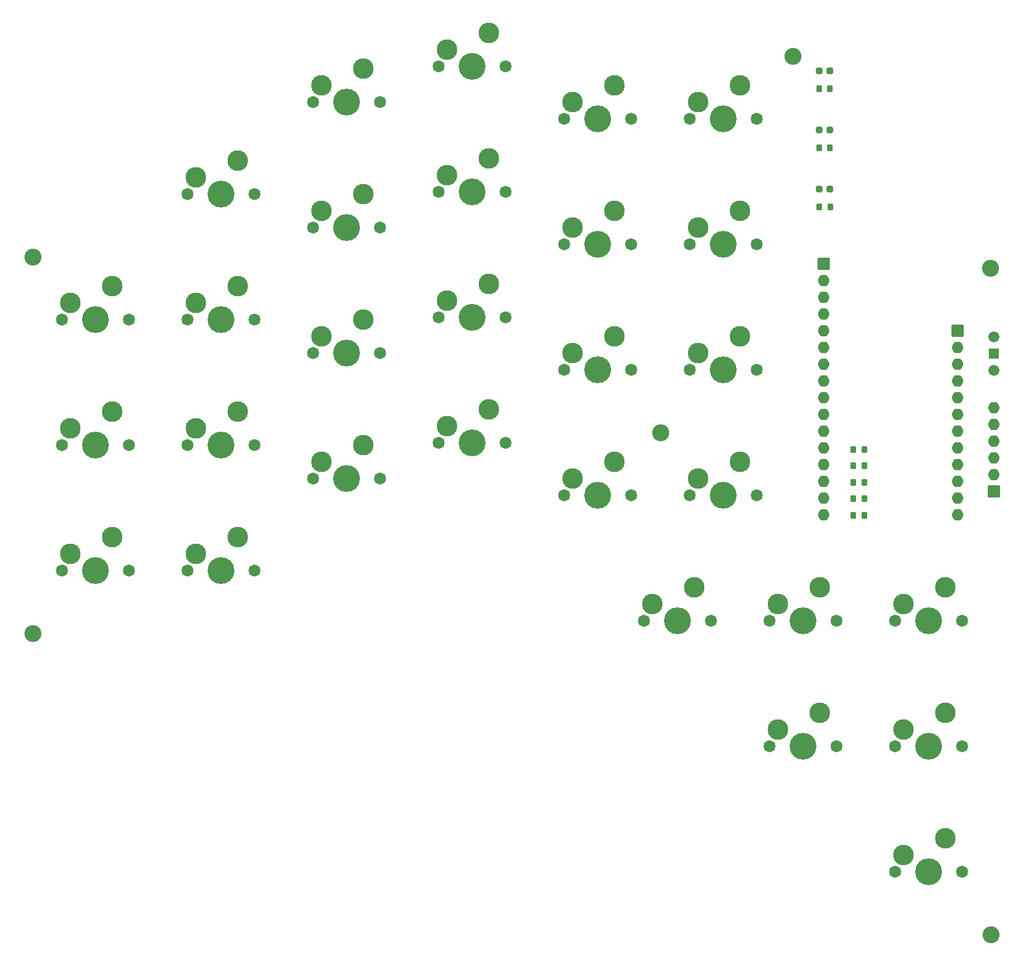
<source format=gts>
G04 #@! TF.GenerationSoftware,KiCad,Pcbnew,8.0.6-8.0.6-0~ubuntu24.04.1*
G04 #@! TF.CreationDate,2025-02-09T13:09:53-05:00*
G04 #@! TF.ProjectId,keybird_left,6b657962-6972-4645-9f6c-6566742e6b69,rev?*
G04 #@! TF.SameCoordinates,Original*
G04 #@! TF.FileFunction,Soldermask,Top*
G04 #@! TF.FilePolarity,Negative*
%FSLAX46Y46*%
G04 Gerber Fmt 4.6, Leading zero omitted, Abs format (unit mm)*
G04 Created by KiCad (PCBNEW 8.0.6-8.0.6-0~ubuntu24.04.1) date 2025-02-09 13:09:53*
%MOMM*%
%LPD*%
G01*
G04 APERTURE LIST*
G04 Aperture macros list*
%AMRoundRect*
0 Rectangle with rounded corners*
0 $1 Rounding radius*
0 $2 $3 $4 $5 $6 $7 $8 $9 X,Y pos of 4 corners*
0 Add a 4 corners polygon primitive as box body*
4,1,4,$2,$3,$4,$5,$6,$7,$8,$9,$2,$3,0*
0 Add four circle primitives for the rounded corners*
1,1,$1+$1,$2,$3*
1,1,$1+$1,$4,$5*
1,1,$1+$1,$6,$7*
1,1,$1+$1,$8,$9*
0 Add four rect primitives between the rounded corners*
20,1,$1+$1,$2,$3,$4,$5,0*
20,1,$1+$1,$4,$5,$6,$7,0*
20,1,$1+$1,$6,$7,$8,$9,0*
20,1,$1+$1,$8,$9,$2,$3,0*%
G04 Aperture macros list end*
%ADD10RoundRect,0.038000X-0.850000X-0.850000X0.850000X-0.850000X0.850000X0.850000X-0.850000X0.850000X0*%
%ADD11O,1.776000X1.776000*%
%ADD12C,2.576000*%
%ADD13C,1.826000*%
%ADD14C,3.126000*%
%ADD15C,4.076000*%
%ADD16RoundRect,0.219000X0.219000X0.294000X-0.219000X0.294000X-0.219000X-0.294000X0.219000X-0.294000X0*%
%ADD17RoundRect,0.237750X0.237750X0.275250X-0.237750X0.275250X-0.237750X-0.275250X0.237750X-0.275250X0*%
%ADD18RoundRect,0.038000X0.750000X-0.750000X0.750000X0.750000X-0.750000X0.750000X-0.750000X-0.750000X0*%
%ADD19C,1.676000*%
%ADD20RoundRect,0.038000X0.850000X0.850000X-0.850000X0.850000X-0.850000X-0.850000X0.850000X-0.850000X0*%
G04 APERTURE END LIST*
D10*
X161000000Y-85525000D03*
D11*
X161000000Y-88065000D03*
X161000000Y-90605000D03*
X161000000Y-93145000D03*
X161000000Y-95685000D03*
X161000000Y-98225000D03*
X161000000Y-100765000D03*
X161000000Y-103305000D03*
X161000000Y-105845000D03*
X161000000Y-108385000D03*
X161000000Y-110925000D03*
X161000000Y-113465000D03*
D10*
X140705000Y-75375000D03*
D11*
X140705000Y-77915000D03*
X140705000Y-80455000D03*
X140705000Y-82995000D03*
X140705000Y-85535000D03*
X140705000Y-88075000D03*
X140705000Y-90615000D03*
X140705000Y-93155000D03*
X140705000Y-95695000D03*
X140705000Y-98235000D03*
X140705000Y-100775000D03*
X140705000Y-103315000D03*
X140705000Y-105855000D03*
X140705000Y-108395000D03*
X140705000Y-110935000D03*
X140705000Y-113475000D03*
D12*
X115950000Y-100950000D03*
D13*
X25145000Y-102855000D03*
D14*
X26415000Y-100315000D03*
D15*
X30225000Y-102855000D03*
D14*
X32765000Y-97775000D03*
D13*
X35305000Y-102855000D03*
X120395000Y-91425000D03*
D14*
X121665000Y-88885000D03*
D15*
X125475000Y-91425000D03*
D14*
X128015000Y-86345000D03*
D13*
X130555000Y-91425000D03*
X44195000Y-83805000D03*
D14*
X45465000Y-81265000D03*
D15*
X49275000Y-83805000D03*
D14*
X51815000Y-78725000D03*
D13*
X54355000Y-83805000D03*
X120395000Y-110475000D03*
D14*
X121665000Y-107935000D03*
D15*
X125475000Y-110475000D03*
D14*
X128015000Y-105395000D03*
D13*
X130555000Y-110475000D03*
X113410000Y-129525000D03*
D14*
X114680000Y-126985000D03*
D15*
X118490000Y-129525000D03*
D14*
X121030000Y-124445000D03*
D13*
X123570000Y-129525000D03*
D12*
X20700000Y-131430000D03*
D16*
X141670000Y-66668000D03*
X140020000Y-66668000D03*
D17*
X141612500Y-63984000D03*
X140037500Y-63984000D03*
D13*
X82295000Y-83487500D03*
D14*
X83565000Y-80947500D03*
D15*
X87375000Y-83487500D03*
D14*
X89915000Y-78407500D03*
D13*
X92455000Y-83487500D03*
D17*
X141572500Y-55016000D03*
X139997500Y-55016000D03*
D13*
X101345000Y-110475000D03*
D14*
X102615000Y-107935000D03*
D15*
X106425000Y-110475000D03*
D14*
X108965000Y-105395000D03*
D13*
X111505000Y-110475000D03*
D12*
X20700000Y-74280000D03*
D13*
X63245000Y-107935000D03*
D14*
X64515000Y-105395000D03*
D15*
X68325000Y-107935000D03*
D14*
X70865000Y-102855000D03*
D13*
X73405000Y-107935000D03*
X101345000Y-72375000D03*
D14*
X102615000Y-69835000D03*
D15*
X106425000Y-72375000D03*
D14*
X108965000Y-67295000D03*
D13*
X111505000Y-72375000D03*
D16*
X146825000Y-108500000D03*
X145175000Y-108500000D03*
D13*
X63245000Y-88885000D03*
D14*
X64515000Y-86345000D03*
D15*
X68325000Y-88885000D03*
D14*
X70865000Y-83805000D03*
D13*
X73405000Y-88885000D03*
X82295000Y-45387500D03*
D14*
X83565000Y-42847500D03*
D15*
X87375000Y-45387500D03*
D14*
X89915000Y-40307500D03*
D13*
X92455000Y-45387500D03*
X120395000Y-72375000D03*
D14*
X121665000Y-69835000D03*
D15*
X125475000Y-72375000D03*
D14*
X128015000Y-67295000D03*
D13*
X130555000Y-72375000D03*
X44195000Y-64755000D03*
D14*
X45465000Y-62215000D03*
D15*
X49275000Y-64755000D03*
D14*
X51815000Y-59675000D03*
D13*
X54355000Y-64755000D03*
D16*
X141630000Y-57700000D03*
X139980000Y-57700000D03*
D13*
X25145000Y-83805000D03*
D14*
X26415000Y-81265000D03*
D15*
X30225000Y-83805000D03*
D14*
X32765000Y-78725000D03*
D13*
X35305000Y-83805000D03*
X132460000Y-148575000D03*
D14*
X133730000Y-146035000D03*
D15*
X137540000Y-148575000D03*
D14*
X140080000Y-143495000D03*
D13*
X142620000Y-148575000D03*
X44195000Y-121905000D03*
D14*
X45465000Y-119365000D03*
D15*
X49275000Y-121905000D03*
D14*
X51815000Y-116825000D03*
D13*
X54355000Y-121905000D03*
X25145000Y-121905000D03*
D14*
X26415000Y-119365000D03*
D15*
X30225000Y-121905000D03*
D14*
X32765000Y-116825000D03*
D13*
X35305000Y-121905000D03*
D17*
X141592500Y-46048000D03*
X140017500Y-46048000D03*
D13*
X132460000Y-129525000D03*
D14*
X133730000Y-126985000D03*
D15*
X137540000Y-129525000D03*
D14*
X140080000Y-124445000D03*
D13*
X142620000Y-129525000D03*
D16*
X146825000Y-106000000D03*
X145175000Y-106000000D03*
D18*
X166500000Y-88960000D03*
D19*
X166500000Y-91500000D03*
X166500000Y-86420000D03*
D12*
X136000000Y-43800000D03*
D13*
X82295000Y-64437500D03*
D14*
X83565000Y-61897500D03*
D15*
X87375000Y-64437500D03*
D14*
X89915000Y-59357500D03*
D13*
X92455000Y-64437500D03*
X101345000Y-91425000D03*
D14*
X102615000Y-88885000D03*
D15*
X106425000Y-91425000D03*
D14*
X108965000Y-86345000D03*
D13*
X111505000Y-91425000D03*
D20*
X166500000Y-109850000D03*
D11*
X166500000Y-107310000D03*
X166500000Y-104770000D03*
X166500000Y-102230000D03*
X166500000Y-99690000D03*
X166500000Y-97150000D03*
D13*
X63245000Y-69835000D03*
D14*
X64515000Y-67295000D03*
D15*
X68325000Y-69835000D03*
D14*
X70865000Y-64755000D03*
D13*
X73405000Y-69835000D03*
D12*
X166115000Y-177150000D03*
D13*
X63245000Y-50785000D03*
D14*
X64515000Y-48245000D03*
D15*
X68325000Y-50785000D03*
D14*
X70865000Y-45705000D03*
D13*
X73405000Y-50785000D03*
D16*
X146825000Y-111000000D03*
X145175000Y-111000000D03*
D13*
X151510000Y-148575000D03*
D14*
X152780000Y-146035000D03*
D15*
X156590000Y-148575000D03*
D14*
X159130000Y-143495000D03*
D13*
X161670000Y-148575000D03*
X151510000Y-129525000D03*
D14*
X152780000Y-126985000D03*
D15*
X156590000Y-129525000D03*
D14*
X159130000Y-124445000D03*
D13*
X161670000Y-129525000D03*
D16*
X141650000Y-48732000D03*
X140000000Y-48732000D03*
D13*
X101345000Y-53325000D03*
D14*
X102615000Y-50785000D03*
D15*
X106425000Y-53325000D03*
D14*
X108965000Y-48245000D03*
D13*
X111505000Y-53325000D03*
D16*
X146825000Y-113500000D03*
X145175000Y-113500000D03*
D12*
X166000000Y-76000000D03*
D13*
X82295000Y-102537500D03*
D14*
X83565000Y-99997500D03*
D15*
X87375000Y-102537500D03*
D14*
X89915000Y-97457500D03*
D13*
X92455000Y-102537500D03*
X120395000Y-53325000D03*
D14*
X121665000Y-50785000D03*
D15*
X125475000Y-53325000D03*
D14*
X128015000Y-48245000D03*
D13*
X130555000Y-53325000D03*
X151510000Y-167625000D03*
D14*
X152780000Y-165085000D03*
D15*
X156590000Y-167625000D03*
D14*
X159130000Y-162545000D03*
D13*
X161670000Y-167625000D03*
D16*
X146825000Y-103500000D03*
X145175000Y-103500000D03*
D13*
X44195000Y-102855000D03*
D14*
X45465000Y-100315000D03*
D15*
X49275000Y-102855000D03*
D14*
X51815000Y-97775000D03*
D13*
X54355000Y-102855000D03*
M02*

</source>
